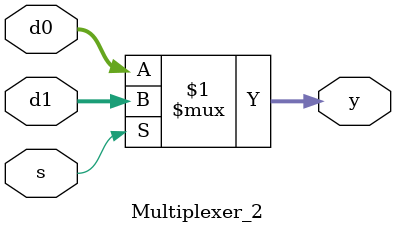
<source format=sv>
module Multiplexer_2 #(parameter WIDTH = 8)
				 (input logic  [WIDTH-1:0] d0, d1,
				  input logic  				s,
				  output logic [WIDTH-1:0] y
				  );
					  

	assign y = s ? d1: d0;

endmodule
</source>
